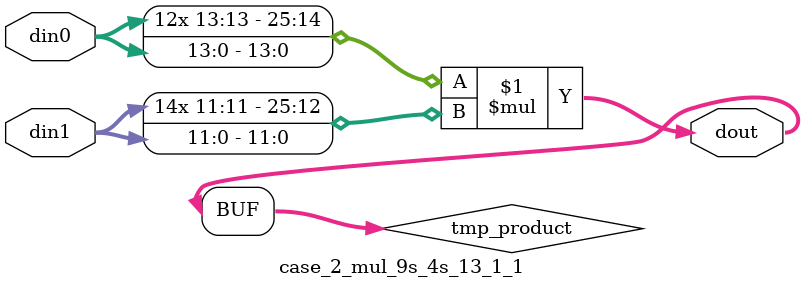
<source format=v>

`timescale 1 ns / 1 ps

 module case_2_mul_9s_4s_13_1_1(din0, din1, dout);
parameter ID = 1;
parameter NUM_STAGE = 0;
parameter din0_WIDTH = 14;
parameter din1_WIDTH = 12;
parameter dout_WIDTH = 26;

input [din0_WIDTH - 1 : 0] din0; 
input [din1_WIDTH - 1 : 0] din1; 
output [dout_WIDTH - 1 : 0] dout;

wire signed [dout_WIDTH - 1 : 0] tmp_product;



























assign tmp_product = $signed(din0) * $signed(din1);








assign dout = tmp_product;





















endmodule

</source>
